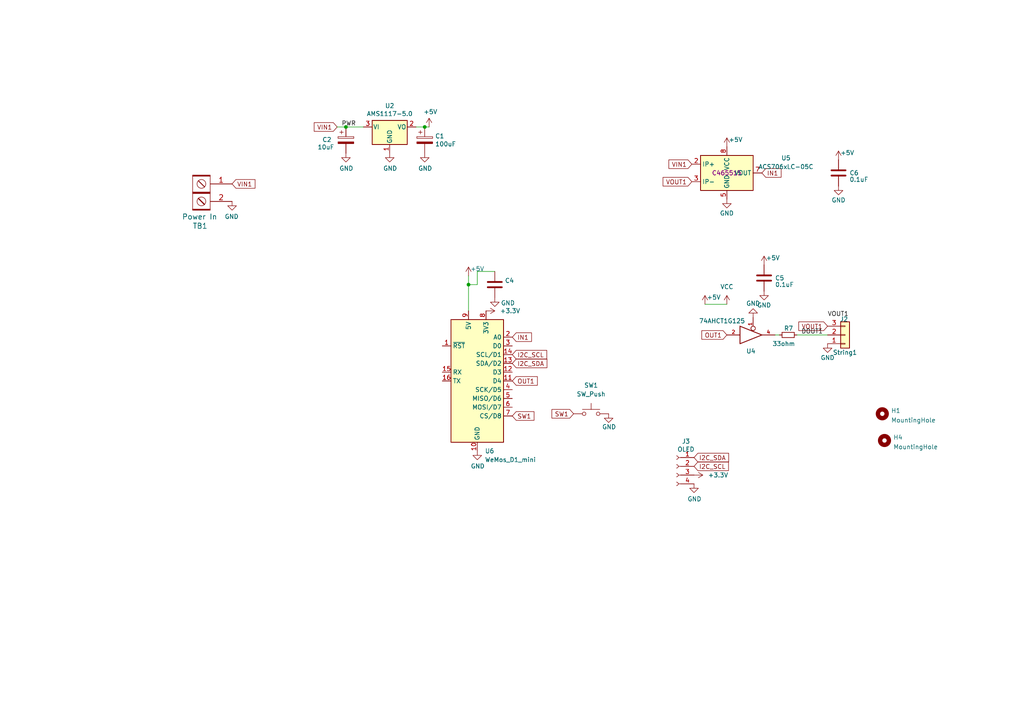
<source format=kicad_sch>
(kicad_sch (version 20230121) (generator eeschema)
  (paper "A4")
  (title_block (title "Adv Pixel Tester") (date "2022-12-09") (rev "v1"))
  (lib_symbols
    (symbol "74xGxx:74AHCT1G125" (pin_names (offset 1.016))
      (property "Reference" "U" (at -2.54 3.81 0))
      (property "Value" "74AHCT1G125" (at 0 -3.81 0))
      (symbol "74AHCT1G125_0_1"
        (polyline (pts (xy -3.81 2.54) (xy -3.81 -2.54) (xy 2.54 0) (xy -3.81 2.54)) (stroke (width 0.254)))
      )
      (symbol "74AHCT1G125_1_1"
        (pin input inverted (at 0 5.08 270) (length 3.81) (name "~") (number "1"))
        (pin input line (at -7.62 0 0) (length 3.81) (name "~") (number "2"))
        (pin power_in line (at 1.27 -1.27 270) (length 0) hide (name "GND") (number "3"))
        (pin tri_state line (at 6.35 0 180) (length 3.81) (name "~") (number "4"))
        (pin power_in line (at 1.27 1.27 90) (length 0) hide (name "VCC") (number "5"))
      )
    )
    (symbol "Barrier_Blocks:BARRIER_BLOCK_1ROW_2POS" (pin_names (offset 1.016) hide)
      (property "Reference" "TB" (at 0.127 -6.731 0))
      (property "Value" "Barrier_Blocks_BARRIER_BLOCK_1ROW_2POS" (at 0.254 6.35 0))
      (symbol "BARRIER_BLOCK_1ROW_2POS_0_1"
        (rectangle (start -2.54 5.08) (end 2.54 -5.08))
        (circle (center 0 -2.54) (radius 1.27))
        (polyline (pts (xy -2.54 -4.699) (xy -2.54 -5.08) (xy 2.54 -5.08) (xy 2.54 -4.699)) (fill (type outline)))
        (polyline (pts (xy -2.54 0.254) (xy -2.54 -0.254) (xy 2.54 -0.254) (xy 2.54 0.254)) (fill (type outline)))
        (polyline (pts (xy -2.54 4.699) (xy -2.54 5.08) (xy 2.54 5.08) (xy 2.54 4.699)) (fill (type outline)))
        (polyline (pts (xy -0.8382 -3.5052) (xy -0.9652 -3.3782) (xy 0.8128 -1.6002) (xy 0.9652 -1.7018) (xy -0.8382 -3.5052)) (fill (type outline)))
        (polyline (pts (xy -0.8382 1.5748) (xy -0.9652 1.6764) (xy -0.0508 2.5908) (xy 0.8382 3.4798) (xy 0.9652 3.3528) (xy 0.9652 3.3528)) (fill (type outline)))
        (circle (center 0 2.54) (radius 1.27))
      )
      (symbol "BARRIER_BLOCK_1ROW_2POS_1_1"
        (pin passive line (at -8.89 2.54 0) (length 6.35) (name "P1") (number "1"))
        (pin passive line (at -8.89 -2.54 0) (length 6.35) (name "P2") (number "2"))
      )
    )
    (symbol "Connector:Conn_01x04_Female" (pin_names (offset 1.016) hide)
      (property "Reference" "J" (at 0 5.08 0))
      (property "Value" "Conn_01x04_Female" (at 0 -7.62 0))
      (symbol "Conn_01x04_Female_1_1"
        (arc (start 0 -4.572) (mid -0.5058 -5.08) (end 0 -5.588) (stroke (width 0.1524)))
        (arc (start 0 -2.032) (mid -0.5058 -2.54) (end 0 -3.048) (stroke (width 0.1524)))
        (polyline (pts (xy -1.27 -5.08) (xy -0.508 -5.08)) (stroke (width 0.1524)))
        (polyline (pts (xy -1.27 -2.54) (xy -0.508 -2.54)) (stroke (width 0.1524)))
        (polyline (pts (xy -1.27 0) (xy -0.508 0)) (stroke (width 0.1524)))
        (polyline (pts (xy -1.27 2.54) (xy -0.508 2.54)) (stroke (width 0.1524)))
        (arc (start 0 0.508) (mid -0.5058 0) (end 0 -0.508) (stroke (width 0.1524)))
        (arc (start 0 3.048) (mid -0.5058 2.54) (end 0 2.032) (stroke (width 0.1524)))
        (pin passive line (at -5.08 2.54 0) (length 3.81) (name "Pin_1") (number "1"))
        (pin passive line (at -5.08 0 0) (length 3.81) (name "Pin_2") (number "2"))
        (pin passive line (at -5.08 -2.54 0) (length 3.81) (name "Pin_3") (number "3"))
        (pin passive line (at -5.08 -5.08 0) (length 3.81) (name "Pin_4") (number "4"))
      )
    )
    (symbol "Connector_Generic:Conn_01x03" (pin_names (offset 1.016) hide)
      (property "Reference" "J" (at 0 5.08 0))
      (property "Value" "Conn_01x03" (at 0 -5.08 0))
      (symbol "Conn_01x03_1_1"
        (rectangle (start -1.27 -2.413) (end 0 -2.667) (stroke (width 0.1524)))
        (rectangle (start -1.27 0.127) (end 0 -0.127) (stroke (width 0.1524)))
        (rectangle (start -1.27 2.667) (end 0 2.413) (stroke (width 0.1524)))
        (rectangle (start -1.27 3.81) (end 1.27 -3.81) (stroke (width 0.254)) (fill (type background)))
        (pin passive line (at -5.08 2.54 0) (length 3.81) (name "Pin_1") (number "1"))
        (pin passive line (at -5.08 0 0) (length 3.81) (name "Pin_2") (number "2"))
        (pin passive line (at -5.08 -2.54 0) (length 3.81) (name "Pin_3") (number "3"))
      )
    )
    (symbol "Device:C" (pin_numbers hide) (pin_names (offset 0.254))
      (property "Reference" "C" (at 0.635 2.54 0))
      (property "Value" "C" (at 0.635 -2.54 0))
      (symbol "C_0_1"
        (polyline (pts (xy -2.032 -0.762) (xy 2.032 -0.762)) (stroke (width 0.508)))
        (polyline (pts (xy -2.032 0.762) (xy 2.032 0.762)) (stroke (width 0.508)))
      )
      (symbol "C_1_1"
        (pin passive line (at 0 3.81 270) (length 2.794) (name "~") (number "1"))
        (pin passive line (at 0 -3.81 90) (length 2.794) (name "~") (number "2"))
      )
    )
    (symbol "Device:CP" (pin_numbers hide) (pin_names (offset 0.254))
      (property "Reference" "C" (at 0.635 2.54 0))
      (property "Value" "Device_CP" (at 0.635 -2.54 0))
      (symbol "CP_0_1"
        (rectangle (start -2.286 0.508) (end 2.286 1.016))
        (polyline (pts (xy -1.778 2.286) (xy -0.762 2.286)))
        (polyline (pts (xy -1.27 2.794) (xy -1.27 1.778)))
        (rectangle (start 2.286 -0.508) (end -2.286 -1.016) (fill (type outline)))
      )
      (symbol "CP_1_1"
        (pin passive line (at 0 3.81 270) (length 2.794) (name "~") (number "1"))
        (pin passive line (at 0 -3.81 90) (length 2.794) (name "~") (number "2"))
      )
    )
    (symbol "Device:C_Polarized" (pin_numbers hide) (pin_names (offset 0.254))
      (property "Reference" "C" (at 0.635 2.54 0))
      (property "Value" "C_Polarized" (at 0.635 -2.54 0))
      (symbol "C_Polarized_0_1"
        (rectangle (start -2.286 0.508) (end 2.286 1.016))
        (polyline (pts (xy -1.778 2.286) (xy -0.762 2.286)))
        (polyline (pts (xy -1.27 2.794) (xy -1.27 1.778)))
        (rectangle (start 2.286 -0.508) (end -2.286 -1.016) (fill (type outline)))
      )
      (symbol "C_Polarized_1_1"
        (pin passive line (at 0 3.81 270) (length 2.794) (name "~") (number "1"))
        (pin passive line (at 0 -3.81 90) (length 2.794) (name "~") (number "2"))
      )
    )
    (symbol "Device:R_Small" (pin_numbers hide) (pin_names (offset 0.254) hide)
      (property "Reference" "R" (at 0.762 0.508 0))
      (property "Value" "R_Small" (at 0.762 -1.016 0))
      (symbol "R_Small_0_1"
        (rectangle (start -0.762 1.778) (end 0.762 -1.778) (stroke (width 0.2032)))
      )
      (symbol "R_Small_1_1"
        (pin passive line (at 0 2.54 270) (length 0.762) (name "~") (number "1"))
        (pin passive line (at 0 -2.54 90) (length 0.762) (name "~") (number "2"))
      )
    )
    (symbol "MCU_Module:WeMos_D1_mini"
      (property "Reference" "U" (at 3.81 19.05 0))
      (property "Value" "WeMos_D1_mini" (at 1.27 -19.05 0))
      (symbol "WeMos_D1_mini_1_1"
        (rectangle (start -7.62 17.78) (end 7.62 -17.78) (stroke (width 0.254)) (fill (type background)))
        (pin input line (at -10.16 10.16 0) (length 2.54) (name "~{RST}") (number "1"))
        (pin power_in line (at 0 -20.32 90) (length 2.54) (name "GND") (number "10"))
        (pin bidirectional line (at 10.16 0 180) (length 2.54) (name "D4") (number "11"))
        (pin bidirectional line (at 10.16 2.54 180) (length 2.54) (name "D3") (number "12"))
        (pin bidirectional line (at 10.16 5.08 180) (length 2.54) (name "SDA/D2") (number "13"))
        (pin bidirectional line (at 10.16 7.62 180) (length 2.54) (name "SCL/D1") (number "14"))
        (pin input line (at -10.16 2.54 0) (length 2.54) (name "RX") (number "15"))
        (pin output line (at -10.16 0 0) (length 2.54) (name "TX") (number "16"))
        (pin input line (at 10.16 12.7 180) (length 2.54) (name "A0") (number "2"))
        (pin bidirectional line (at 10.16 10.16 180) (length 2.54) (name "D0") (number "3"))
        (pin bidirectional line (at 10.16 -2.54 180) (length 2.54) (name "SCK/D5") (number "4"))
        (pin bidirectional line (at 10.16 -5.08 180) (length 2.54) (name "MISO/D6") (number "5"))
        (pin bidirectional line (at 10.16 -7.62 180) (length 2.54) (name "MOSI/D7") (number "6"))
        (pin bidirectional line (at 10.16 -10.16 180) (length 2.54) (name "CS/D8") (number "7"))
        (pin power_out line (at 2.54 20.32 270) (length 2.54) (name "3V3") (number "8"))
        (pin power_in line (at -2.54 20.32 270) (length 2.54) (name "5V") (number "9"))
      )
    )
    (symbol "Mechanical:MountingHole" (pin_names (offset 1.016))
      (property "Reference" "H" (at 0 5.08 0))
      (property "Value" "MountingHole" (at 0 3.175 0))
      (symbol "MountingHole_0_1"
        (circle (center 0 0) (radius 1.27) (stroke (width 1.27)))
      )
    )
    (symbol "Regulator_Linear:AMS1117-5.0" (pin_names (offset 0.254))
      (property "Reference" "U" (at -3.81 3.175 0))
      (property "Value" "AMS1117-5.0" (at 0 3.175 0))
      (symbol "AMS1117-5.0_0_1"
        (rectangle (start -5.08 -5.08) (end 5.08 1.905) (stroke (width 0.254)) (fill (type background)))
      )
      (symbol "AMS1117-5.0_1_1"
        (pin power_in line (at 0 -7.62 90) (length 2.54) (name "GND") (number "1"))
        (pin power_out line (at 7.62 0 180) (length 2.54) (name "VO") (number "2"))
        (pin power_in line (at -7.62 0 0) (length 2.54) (name "VI") (number "3"))
      )
    )
    (symbol "Sensor_Current:ACS706xLC-05C"
      (property "Reference" "U" (at -7.62 6.35 0))
      (property "Value" "ACS706xLC-05C" (at 1.27 6.35 0))
      (symbol "ACS706xLC-05C_0_1"
        (rectangle (start -7.62 5.08) (end 7.62 -5.08) (stroke (width 0.254)) (fill (type background)))
      )
      (symbol "ACS706xLC-05C_1_1"
        (pin passive line (at -10.16 2.54 0) (length 2.54) hide (name "IP+") (number "1"))
        (pin passive line (at -10.16 2.54 0) (length 2.54) (name "IP+") (number "2"))
        (pin passive line (at -10.16 -2.54 0) (length 2.54) (name "IP-") (number "3"))
        (pin passive line (at -10.16 -2.54 0) (length 2.54) hide (name "IP-") (number "4"))
        (pin power_in line (at 0 -7.62 90) (length 2.54) (name "GND") (number "5"))
        (pin no_connect line (at 7.62 -2.54 180) (length 2.54) hide (name "NC") (number "6"))
        (pin output line (at 10.16 0 180) (length 2.54) (name "VOUT") (number "7"))
        (pin power_in line (at 0 7.62 270) (length 2.54) (name "VCC") (number "8"))
      )
    )
    (symbol "Switch:SW_Push" (pin_numbers hide) (pin_names (offset 1.016) hide)
      (property "Reference" "SW" (at 1.27 2.54 0))
      (property "Value" "SW_Push" (at 0 -1.524 0))
      (symbol "SW_Push_0_1"
        (circle (center -2.032 0) (radius 0.508))
        (polyline (pts (xy 0 1.27) (xy 0 3.048)))
        (polyline (pts (xy 2.54 1.27) (xy -2.54 1.27)))
        (circle (center 2.032 0) (radius 0.508))
        (pin passive line (at -5.08 0 0) (length 2.54) (name "1") (number "1"))
        (pin passive line (at 5.08 0 180) (length 2.54) (name "2") (number "2"))
      )
    )
    (symbol "power:+3.3V" (power) (pin_names (offset 0))
      (property "Value" "+3.3V" (at 0 3.556 0))
      (symbol "+3.3V_0_1"
        (polyline (pts (xy -0.762 1.27) (xy 0 2.54)))
        (polyline (pts (xy 0 0) (xy 0 2.54)))
        (polyline (pts (xy 0 2.54) (xy 0.762 1.27)))
      )
      (symbol "+3.3V_1_1"
        (pin power_in line (at 0 0 90) (length 0) hide (name "+3.3V") (number "1"))
      )
    )
    (symbol "power:+5V" (power) (pin_names (offset 0))
      (property "Value" "+5V" (at 0 3.556 0))
      (symbol "+5V_0_1"
        (polyline (pts (xy -0.762 1.27) (xy 0 2.54)))
        (polyline (pts (xy 0 0) (xy 0 2.54)))
        (polyline (pts (xy 0 2.54) (xy 0.762 1.27)))
      )
      (symbol "+5V_1_1"
        (pin power_in line (at 0 0 90) (length 0) hide (name "+5V") (number "1"))
      )
    )
    (symbol "power:GND" (power) (pin_names (offset 0))
      (property "Value" "GND" (at 0 -3.81 0))
      (symbol "GND_0_1"
        (polyline (pts (xy 0 0) (xy 0 -1.27) (xy 1.27 -1.27) (xy 0 -2.54) (xy -1.27 -1.27) (xy 0 -1.27)))
      )
      (symbol "GND_1_1"
        (pin power_in line (at 0 0 270) (length 0) hide (name "GND") (number "1"))
      )
    )
    (symbol "power:VCC" (power) (pin_names (offset 0))
      (property "Value" "VCC" (at 0 3.81 0))
      (symbol "VCC_0_1"
        (polyline (pts (xy -0.762 1.27) (xy 0 2.54)))
        (polyline (pts (xy 0 0) (xy 0 2.54)))
        (polyline (pts (xy 0 2.54) (xy 0.762 1.27)))
      )
      (symbol "VCC_1_1"
        (pin power_in line (at 0 0 90) (length 0) hide (name "VCC") (number "1"))
      )
    )
  )
  (junction (at 135.89 82.55))
  (junction (at 100.33 36.83))
  (junction (at 123.19 36.83))
  (wire (pts (xy 224.79 97.155) (xy 226.06 97.155)))
  (wire (pts (xy 105.41 36.83) (xy 100.33 36.83)))
  (wire (pts (xy 100.33 36.83) (xy 97.79 36.83)))
  (wire (pts (xy 135.89 80.01) (xy 135.89 82.55)))
  (wire (pts (xy 120.65 36.83) (xy 123.19 36.83)))
  (wire (pts (xy 123.19 36.83) (xy 124.46 36.83)))
  (wire (pts (xy 138.43 78.74) (xy 138.43 82.55)))
  (wire (pts (xy 135.89 82.55) (xy 135.89 90.17)))
  (wire (pts (xy 231.14 97.155) (xy 240.03 97.155)))
  (wire (pts (xy 138.43 82.55) (xy 135.89 82.55)))
  (wire (pts (xy 204.47 88.265) (xy 210.82 88.265)))
  (wire (pts (xy 143.51 78.74) (xy 138.43 78.74)))
  (label "VOUT1" (at 240.03 92.075 0))
  (label "PWR" (at 99.06 36.83 0))
  (label "DOUT1" (at 232.41 97.155 0))
  (global_label "I2C_SDA" (shape input) (at 148.59 105.41 0) (property "Intersheetrefs" "${INTERSHEET_REFS}" (effects hide)))
  (global_label "I2C_SCL" (shape input) (at 148.59 102.87 0) (property "Intersheetrefs" "${INTERSHEET_REFS}" (effects hide)))
  (global_label "IN1" (shape input) (at 148.59 97.79 0) (property "Intersheetrefs" "${INTERSHEET_REFS}" (effects hide)))
  (global_label "VIN1" (shape input) (at 67.31 53.34 0) (property "Intersheetrefs" "${INTERSHEET_REFS}" (effects hide)))
  (global_label "I2C_SCL" (shape input) (at 201.295 135.255 0) (property "Intersheetrefs" "${INTERSHEET_REFS}" (effects hide)))
  (global_label "IN1" (shape input) (at 220.98 50.165 0) (property "Intersheetrefs" "${INTERSHEET_REFS}" (effects hide)))
  (global_label "VIN1" (shape input) (at 97.79 36.83 180) (property "Intersheetrefs" "${INTERSHEET_REFS}" (effects hide)))
  (global_label "I2C_SDA" (shape input) (at 201.295 132.715 0) (property "Intersheetrefs" "${INTERSHEET_REFS}" (effects hide)))
  (global_label "OUT1" (shape input) (at 210.82 97.155 180) (property "Intersheetrefs" "${INTERSHEET_REFS}" (effects hide)))
  (global_label "VOUT1" (shape input) (at 240.03 94.615 180) (property "Intersheetrefs" "${INTERSHEET_REFS}" (effects hide)))
  (global_label "OUT1" (shape input) (at 148.59 110.49 0) (property "Intersheetrefs" "${INTERSHEET_REFS}" (effects hide)))
  (global_label "VIN1" (shape input) (at 200.66 47.625 180) (property "Intersheetrefs" "${INTERSHEET_REFS}" (effects hide)))
  (global_label "SW1" (shape input) (at 166.37 120.015 180) (property "Intersheetrefs" "${INTERSHEET_REFS}" (effects hide)))
  (global_label "SW1" (shape input) (at 148.59 120.65 0) (property "Intersheetrefs" "${INTERSHEET_REFS}" (effects hide)))
  (global_label "VOUT1" (shape input) (at 200.66 52.705 180) (property "Intersheetrefs" "${INTERSHEET_REFS}" (effects hide)))
  (symbol (lib_id "Mechanical:MountingHole") (at 256.54 127.762 0) (unit 1)
    (property "Reference" "H4" (at 259.08 126.8535 0) (effects (justify left)))
    (property "Value" "MountingHole" (at 259.08 129.6286 0) (effects (justify left)))
    (property "Footprint" "MountingHole:MountingHole_2.7mm_M2.5" (effects hide))
  )
  (symbol (lib_id "Device:C") (at 143.51 82.55 0) (unit 1)
    (property "Reference" "C4" (at 146.431 81.3816 0) (effects (justify left)))
    (property "Value" "0.1uF" (effects hide))
    (property "Footprint" "Capacitor_SMD:C_0603_1608Metric_Pad1.08x0.95mm_HandSolder" (effects hide))
  )
  (symbol (lib_id "Barrier_Blocks:BARRIER_BLOCK_1ROW_2POS") (at 58.42 55.88 0) (mirror y) (unit 1)
    (property "Reference" "TB1" (at 58.039 65.532 0) (effects (font (size 1.524 1.524))))
    (property "Value" "Power In" (at 57.912 62.865 0) (effects (font (size 1.524 1.524))))
    (property "Footprint" "Connector_Phoenix_MC:PhoenixContact_MCV_1,5_2-G-3.81_1x02_P3.81mm_Vertical" (effects hide))
    (property "Digi-Key_PN" "A98472-ND" (effects hide))
    (property "MPN" "4DB-P108-02" (effects hide))
  )
  (symbol (lib_id "power:GND") (at 243.205 53.975 0) (unit 1)
    (property "Reference" "#PWR0103" (effects hide))
    (property "Value" "GND" (at 243.205 58.039 0))
  )
  (symbol (lib_id "power:GND") (at 138.43 130.81 0) (unit 1)
    (property "Reference" "#PWR02" (effects hide))
    (property "Value" "GND" (at 138.557 135.2042 0))
  )
  (symbol (lib_id "Mechanical:MountingHole") (at 255.905 120.015 0) (unit 1)
    (property "Reference" "H1" (at 258.445 119.1065 0) (effects (justify left)))
    (property "Value" "MountingHole" (at 258.445 121.8816 0) (effects (justify left)))
    (property "Footprint" "MountingHole:MountingHole_2.7mm_M2.5" (effects hide))
  )
  (symbol (lib_id "74xGxx:74AHCT1G125") (at 218.44 97.155 0) (unit 1)
    (property "Reference" "U4" (at 217.805 101.8445 0))
    (property "Value" "74AHCT1G125" (at 209.423 93.091 0))
    (property "Footprint" "Package_SO:TSOP-5_1.65x3.05mm_P0.95mm" (effects hide))
    (property "Datasheet" "http://www.ti.com/lit/sg/scyt129e/scyt129e.pdf" (effects hide))
    (property "Digi-Key_PN" "74AHCT1G125W5-7DICT-ND" (effects hide))
    (property "LCSC_PN" "C7484" (effects hide))
    (property "MPN" "74AHCT1G125W5-7" (effects hide))
    (property "LCSC" "C7484" (effects hide))
  )
  (symbol (lib_id "power:GND") (at 67.31 58.42 0) (mirror y) (unit 1)
    (property "Reference" "#PWR05" (effects hide))
    (property "Value" "GND" (at 67.183 62.8142 0))
  )
  (symbol (lib_id "power:+3.3V") (at 201.295 137.795 270) (unit 1)
    (property "Reference" "#PWR0107" (effects hide))
    (property "Value" "+3.3V" (at 208.28 137.795 90))
  )
  (symbol (lib_id "Device:C_Polarized") (at 123.19 40.64 0) (unit 1)
    (property "Reference" "C1" (at 126.1872 39.4716 0) (effects (justify left)))
    (property "Value" "100uF" (at 126.1872 41.783 0) (effects (justify left)))
    (property "Footprint" "Capacitor_SMD:C_1206_3216Metric_Pad1.33x1.80mm_HandSolder" (effects hide))
    (property "LCSC" "C15008" (effects hide))
  )
  (symbol (lib_id "power:GND") (at 218.44 92.075 180) (unit 1)
    (property "Reference" "#PWR024" (effects hide))
    (property "Value" "GND" (at 218.44 88.011 0))
  )
  (symbol (lib_id "power:+5V") (at 210.82 42.545 0) (unit 1)
    (property "Reference" "#PWR0101" (effects hide))
    (property "Value" "+5V" (at 213.36 40.513 0))
  )
  (symbol (lib_id "Device:C") (at 221.615 80.645 0) (unit 1)
    (property "Reference" "C5" (at 224.79 80.645 0) (effects (justify left)))
    (property "Value" "0.1uF" (at 224.79 82.55 0) (effects (justify left)))
    (property "Footprint" "Capacitor_SMD:C_0603_1608Metric_Pad1.08x0.95mm_HandSolder" (effects hide))
    (property "LCSC" "C14663" (effects hide))
    (property "LCSC_PN" "C14663" (effects hide))
  )
  (symbol (lib_id "power:+5V") (at 221.615 76.835 0) (unit 1)
    (property "Reference" "#PWR025" (effects hide))
    (property "Value" "+5V" (at 224.155 74.803 0))
  )
  (symbol (lib_id "power:GND") (at 240.03 99.695 0) (unit 1)
    (property "Reference" "#PWR029" (effects hide))
    (property "Value" "GND" (at 240.03 103.759 0))
  )
  (symbol (lib_id "power:GND") (at 221.615 84.455 0) (unit 1)
    (property "Reference" "#PWR026" (effects hide))
    (property "Value" "GND" (at 221.615 88.519 0))
  )
  (symbol (lib_id "power:GND") (at 176.53 120.015 0) (unit 1)
    (property "Reference" "#PWR0105" (effects hide))
    (property "Value" "GND" (at 176.657 123.825 0))
  )
  (symbol (lib_id "Device:CP") (at 100.33 40.64 0) (unit 1)
    (property "Reference" "C2" (at 93.472 40.513 0) (effects (justify left)))
    (property "Value" "10uF" (at 92.075 42.672 0) (effects (justify left)))
    (property "Footprint" "Capacitor_SMD:C_0805_2012Metric_Pad1.18x1.45mm_HandSolder" (effects hide))
    (property "Digi-Key_PN" "490-5523-1-ND" (effects hide))
    (property "MPN" "GRM21BR61E106KA73L" (effects hide))
    (property "LCSC_PN" "C15850" (effects hide))
    (property "LCSC" "C15850" (effects hide))
  )
  (symbol (lib_id "MCU_Module:WeMos_D1_mini") (at 138.43 110.49 0) (unit 1)
    (property "Reference" "U6" (at 140.6241 130.81 0) (effects (justify left)))
    (property "Value" "WeMos_D1_mini" (at 140.6241 133.35 0) (effects (justify left)))
    (property "Footprint" "Module:WEMOS_D1_mini_light" (effects hide))
    (property "Datasheet" "https://wiki.wemos.cc/products:d1:d1_mini#documentation" (effects hide))
  )
  (symbol (lib_id "power:+5V") (at 243.205 46.355 0) (unit 1)
    (property "Reference" "#PWR0102" (effects hide))
    (property "Value" "+5V" (at 245.745 44.323 0))
  )
  (symbol (lib_id "power:GND") (at 100.33 44.45 0) (unit 1)
    (property "Reference" "#PWR07" (effects hide))
    (property "Value" "GND" (at 100.457 48.8442 0))
  )
  (symbol (lib_id "power:VCC") (at 210.82 88.265 0) (unit 1)
    (property "Reference" "#PWR023" (effects hide))
    (property "Value" "VCC" (at 210.82 83.185 0))
  )
  (symbol (lib_id "Switch:SW_Push") (at 171.45 120.015 0) (unit 1)
    (property "Reference" "SW1" (at 171.45 111.76 0))
    (property "Value" "SW_Push" (at 171.45 114.3 0))
    (property "Footprint" "Button_Switch_SMD:SW_Push_1P1T_NO_6x6mm_H9.5mm" (effects hide))
    (property "LCSC" "C2834918" (effects hide))
  )
  (symbol (lib_id "power:+5V") (at 135.89 80.01 0) (unit 1)
    (property "Reference" "#PWR01" (effects hide))
    (property "Value" "+5V" (at 138.43 77.978 0))
  )
  (symbol (lib_id "Sensor_Current:ACS706xLC-05C") (at 210.82 50.165 0) (unit 1)
    (property "Reference" "U5" (at 227.965 45.8343 0))
    (property "Value" "ACS706xLC-05C" (at 227.965 48.3743 0))
    (property "Footprint" "Package_SO:SOIC-8_3.9x4.9mm_P1.27mm" (effects hide))
    (property "Datasheet" "http://www.allegromicro.com/~/media/Files/Datasheets/ACS706ELC-05C-Datasheet.ashx" (effects hide))
    (property "LCSC" "C465515" (at 210.82 50.165 0))
  )
  (symbol (lib_id "power:GND") (at 123.19 44.45 0) (unit 1)
    (property "Reference" "#PWR03" (effects hide))
    (property "Value" "GND" (at 123.317 48.8442 0))
  )
  (symbol (lib_id "power:GND") (at 113.03 44.45 0) (unit 1)
    (property "Reference" "#PWR09" (effects hide))
    (property "Value" "GND" (at 113.157 48.8442 0))
  )
  (symbol (lib_id "Connector:Conn_01x04_Female") (at 196.215 135.255 0) (mirror y) (unit 1)
    (property "Reference" "J3" (at 198.9582 128.016 0))
    (property "Value" "OLED" (at 198.9582 130.3274 0))
    (property "Footprint" "Scotts:OLED-SSD1306-128X64-I2C-THT_2HOLE" (effects hide))
    (property "Digi-Key_PN" "S7002-ND" (effects hide))
    (property "MPN" "PPTC041LFBN-RC" (effects hide))
    (property "LCSC" "C225501" (effects hide))
  )
  (symbol (lib_id "power:+5V") (at 124.46 36.83 0) (unit 1)
    (property "Reference" "#PWR012" (effects hide))
    (property "Value" "+5V" (at 124.841 32.4358 0))
  )
  (symbol (lib_id "Device:C") (at 243.205 50.165 0) (unit 1)
    (property "Reference" "C6" (at 246.38 50.165 0) (effects (justify left)))
    (property "Value" "0.1uF" (at 246.38 52.07 0) (effects (justify left)))
    (property "Footprint" "Capacitor_SMD:C_0603_1608Metric_Pad1.08x0.95mm_HandSolder" (effects hide))
    (property "LCSC" "C14663" (effects hide))
    (property "LCSC_PN" "C14663" (effects hide))
  )
  (symbol (lib_id "Device:R_Small") (at 228.6 97.155 270) (unit 1)
    (property "Reference" "R7" (at 228.727 95.25 90))
    (property "Value" "33ohm" (at 227.33 99.695 90))
    (property "Footprint" "Resistor_SMD:R_0603_1608Metric_Pad0.98x0.95mm_HandSolder" (effects hide))
    (property "LCSC_PN" "C23140" (effects hide))
    (property "Digi-Key_PN" "311-33GRCT-ND" (effects hide))
    (property "MPN" "RC0603JR-0733RL" (effects hide))
    (property "LCSC" "C23140" (effects hide))
  )
  (symbol (lib_id "power:GND") (at 210.82 57.785 0) (unit 1)
    (property "Reference" "#PWR027" (effects hide))
    (property "Value" "GND" (at 210.82 61.849 0))
  )
  (symbol (lib_id "power:+5V") (at 204.47 88.265 0) (unit 1)
    (property "Reference" "#PWR022" (effects hide))
    (property "Value" "+5V" (at 207.01 86.233 0))
  )
  (symbol (lib_id "power:GND") (at 201.295 140.335 0) (unit 1)
    (property "Reference" "#PWR0106" (effects hide))
    (property "Value" "GND" (at 201.422 144.7292 0))
  )
  (symbol (lib_id "Regulator_Linear:AMS1117-5.0") (at 113.03 36.83 0) (unit 1)
    (property "Reference" "U2" (at 113.03 30.6832 0))
    (property "Value" "AMS1117-5.0" (at 113.03 32.9946 0))
    (property "Footprint" "Package_TO_SOT_SMD:SOT-223-3_TabPin2" (effects hide))
    (property "Datasheet" "http://www.advanced-monolithic.com/pdf/ds1117.pdf" (effects hide))
    (property "LCSC_PN" "C6187" (effects hide))
    (property "Digi-Key_PN" "488-LM1117MPX-50NOPBCT-ND" (effects hide))
    (property "MPN" "LM1117MPX-50NOPB" (effects hide))
    (property "LCSC" "C6187" (effects hide))
  )
  (symbol (lib_id "power:GND") (at 143.51 86.36 0) (unit 1)
    (property "Reference" "#PWR015" (effects hide))
    (property "Value" "GND" (at 147.32 87.884 0))
  )
  (symbol (lib_id "Connector_Generic:Conn_01x03") (at 245.11 97.155 0) (mirror x) (unit 1)
    (property "Reference" "J2" (at 243.586 92.583 0) (effects (justify left)))
    (property "Value" "String1" (at 241.554 102.235 0) (effects (justify left)))
    (property "Footprint" "Connector_Phoenix_MC:PhoenixContact_MCV_1,5_3-G-3.81_1x03_P3.81mm_Vertical" (effects hide))
    (property "Digi-Key_PN" "277-5737-ND/ED10555-ND" (effects hide))
    (property "MPN" "1843619/OSTTJ0311530" (effects hide))
  )
  (symbol (lib_id "power:+3.3V") (at 140.97 90.17 270) (unit 1)
    (property "Reference" "#PWR04" (effects hide))
    (property "Value" "+3.3V" (at 147.955 90.17 90))
  )
)
</source>
